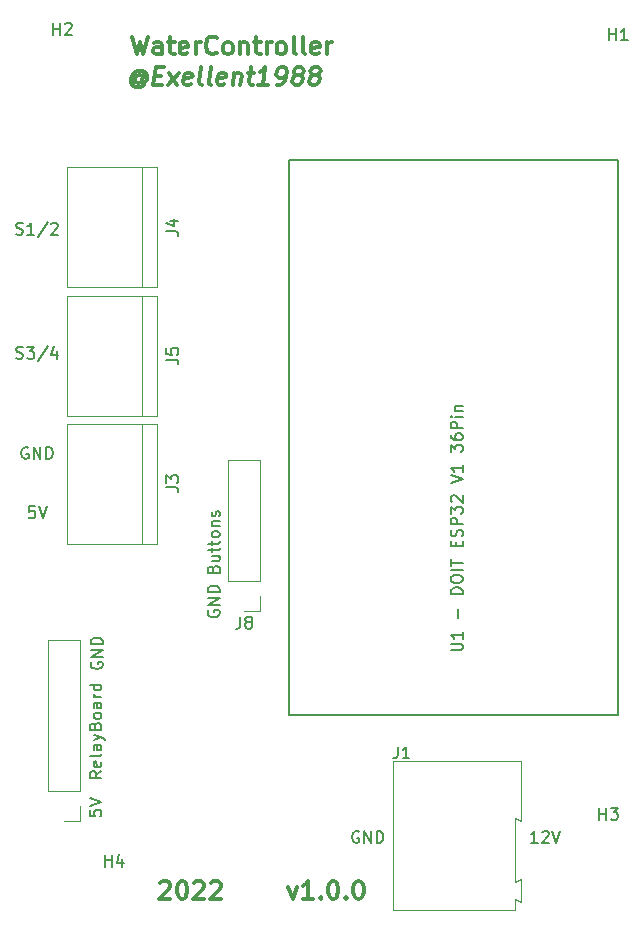
<source format=gto>
G04 #@! TF.GenerationSoftware,KiCad,Pcbnew,(6.0.4-0)*
G04 #@! TF.CreationDate,2022-04-11T20:22:25+02:00*
G04 #@! TF.ProjectId,Controller,436f6e74-726f-46c6-9c65-722e6b696361,v1.0.0*
G04 #@! TF.SameCoordinates,Original*
G04 #@! TF.FileFunction,Legend,Top*
G04 #@! TF.FilePolarity,Positive*
%FSLAX46Y46*%
G04 Gerber Fmt 4.6, Leading zero omitted, Abs format (unit mm)*
G04 Created by KiCad (PCBNEW (6.0.4-0)) date 2022-04-11 20:22:25*
%MOMM*%
%LPD*%
G01*
G04 APERTURE LIST*
%ADD10C,0.150000*%
%ADD11C,0.300000*%
%ADD12C,0.120000*%
%ADD13C,3.200000*%
%ADD14R,3.000000X3.000000*%
%ADD15C,3.000000*%
%ADD16R,1.700000X1.700000*%
%ADD17O,1.700000X1.700000*%
%ADD18R,1.980000X3.960000*%
%ADD19O,1.980000X3.960000*%
%ADD20C,1.524000*%
G04 APERTURE END LIST*
D10*
X140920000Y-69760000D02*
X168820000Y-69760000D01*
X168820000Y-69760000D02*
X168820000Y-116760000D01*
X168820000Y-116760000D02*
X140920000Y-116760000D01*
X140920000Y-116760000D02*
X140920000Y-69760000D01*
D11*
X127691428Y-59338571D02*
X128048571Y-60838571D01*
X128334285Y-59767142D01*
X128620000Y-60838571D01*
X128977142Y-59338571D01*
X130191428Y-60838571D02*
X130191428Y-60052857D01*
X130120000Y-59910000D01*
X129977142Y-59838571D01*
X129691428Y-59838571D01*
X129548571Y-59910000D01*
X130191428Y-60767142D02*
X130048571Y-60838571D01*
X129691428Y-60838571D01*
X129548571Y-60767142D01*
X129477142Y-60624285D01*
X129477142Y-60481428D01*
X129548571Y-60338571D01*
X129691428Y-60267142D01*
X130048571Y-60267142D01*
X130191428Y-60195714D01*
X130691428Y-59838571D02*
X131262857Y-59838571D01*
X130905714Y-59338571D02*
X130905714Y-60624285D01*
X130977142Y-60767142D01*
X131120000Y-60838571D01*
X131262857Y-60838571D01*
X132334285Y-60767142D02*
X132191428Y-60838571D01*
X131905714Y-60838571D01*
X131762857Y-60767142D01*
X131691428Y-60624285D01*
X131691428Y-60052857D01*
X131762857Y-59910000D01*
X131905714Y-59838571D01*
X132191428Y-59838571D01*
X132334285Y-59910000D01*
X132405714Y-60052857D01*
X132405714Y-60195714D01*
X131691428Y-60338571D01*
X133048571Y-60838571D02*
X133048571Y-59838571D01*
X133048571Y-60124285D02*
X133120000Y-59981428D01*
X133191428Y-59910000D01*
X133334285Y-59838571D01*
X133477142Y-59838571D01*
X134834285Y-60695714D02*
X134762857Y-60767142D01*
X134548571Y-60838571D01*
X134405714Y-60838571D01*
X134191428Y-60767142D01*
X134048571Y-60624285D01*
X133977142Y-60481428D01*
X133905714Y-60195714D01*
X133905714Y-59981428D01*
X133977142Y-59695714D01*
X134048571Y-59552857D01*
X134191428Y-59410000D01*
X134405714Y-59338571D01*
X134548571Y-59338571D01*
X134762857Y-59410000D01*
X134834285Y-59481428D01*
X135691428Y-60838571D02*
X135548571Y-60767142D01*
X135477142Y-60695714D01*
X135405714Y-60552857D01*
X135405714Y-60124285D01*
X135477142Y-59981428D01*
X135548571Y-59910000D01*
X135691428Y-59838571D01*
X135905714Y-59838571D01*
X136048571Y-59910000D01*
X136120000Y-59981428D01*
X136191428Y-60124285D01*
X136191428Y-60552857D01*
X136120000Y-60695714D01*
X136048571Y-60767142D01*
X135905714Y-60838571D01*
X135691428Y-60838571D01*
X136834285Y-59838571D02*
X136834285Y-60838571D01*
X136834285Y-59981428D02*
X136905714Y-59910000D01*
X137048571Y-59838571D01*
X137262857Y-59838571D01*
X137405714Y-59910000D01*
X137477142Y-60052857D01*
X137477142Y-60838571D01*
X137977142Y-59838571D02*
X138548571Y-59838571D01*
X138191428Y-59338571D02*
X138191428Y-60624285D01*
X138262857Y-60767142D01*
X138405714Y-60838571D01*
X138548571Y-60838571D01*
X139048571Y-60838571D02*
X139048571Y-59838571D01*
X139048571Y-60124285D02*
X139120000Y-59981428D01*
X139191428Y-59910000D01*
X139334285Y-59838571D01*
X139477142Y-59838571D01*
X140191428Y-60838571D02*
X140048571Y-60767142D01*
X139977142Y-60695714D01*
X139905714Y-60552857D01*
X139905714Y-60124285D01*
X139977142Y-59981428D01*
X140048571Y-59910000D01*
X140191428Y-59838571D01*
X140405714Y-59838571D01*
X140548571Y-59910000D01*
X140620000Y-59981428D01*
X140691428Y-60124285D01*
X140691428Y-60552857D01*
X140620000Y-60695714D01*
X140548571Y-60767142D01*
X140405714Y-60838571D01*
X140191428Y-60838571D01*
X141548571Y-60838571D02*
X141405714Y-60767142D01*
X141334285Y-60624285D01*
X141334285Y-59338571D01*
X142334285Y-60838571D02*
X142191428Y-60767142D01*
X142120000Y-60624285D01*
X142120000Y-59338571D01*
X143477142Y-60767142D02*
X143334285Y-60838571D01*
X143048571Y-60838571D01*
X142905714Y-60767142D01*
X142834285Y-60624285D01*
X142834285Y-60052857D01*
X142905714Y-59910000D01*
X143048571Y-59838571D01*
X143334285Y-59838571D01*
X143477142Y-59910000D01*
X143548571Y-60052857D01*
X143548571Y-60195714D01*
X142834285Y-60338571D01*
X144191428Y-60838571D02*
X144191428Y-59838571D01*
X144191428Y-60124285D02*
X144262857Y-59981428D01*
X144334285Y-59910000D01*
X144477142Y-59838571D01*
X144620000Y-59838571D01*
D10*
X118858095Y-94160000D02*
X118762857Y-94112380D01*
X118620000Y-94112380D01*
X118477142Y-94160000D01*
X118381904Y-94255238D01*
X118334285Y-94350476D01*
X118286666Y-94540952D01*
X118286666Y-94683809D01*
X118334285Y-94874285D01*
X118381904Y-94969523D01*
X118477142Y-95064761D01*
X118620000Y-95112380D01*
X118715238Y-95112380D01*
X118858095Y-95064761D01*
X118905714Y-95017142D01*
X118905714Y-94683809D01*
X118715238Y-94683809D01*
X119334285Y-95112380D02*
X119334285Y-94112380D01*
X119905714Y-95112380D01*
X119905714Y-94112380D01*
X120381904Y-95112380D02*
X120381904Y-94112380D01*
X120620000Y-94112380D01*
X120762857Y-94160000D01*
X120858095Y-94255238D01*
X120905714Y-94350476D01*
X120953333Y-94540952D01*
X120953333Y-94683809D01*
X120905714Y-94874285D01*
X120858095Y-94969523D01*
X120762857Y-95064761D01*
X120620000Y-95112380D01*
X120381904Y-95112380D01*
X125072380Y-121540952D02*
X124596190Y-121874285D01*
X125072380Y-122112380D02*
X124072380Y-122112380D01*
X124072380Y-121731428D01*
X124120000Y-121636190D01*
X124167619Y-121588571D01*
X124262857Y-121540952D01*
X124405714Y-121540952D01*
X124500952Y-121588571D01*
X124548571Y-121636190D01*
X124596190Y-121731428D01*
X124596190Y-122112380D01*
X125024761Y-120731428D02*
X125072380Y-120826666D01*
X125072380Y-121017142D01*
X125024761Y-121112380D01*
X124929523Y-121160000D01*
X124548571Y-121160000D01*
X124453333Y-121112380D01*
X124405714Y-121017142D01*
X124405714Y-120826666D01*
X124453333Y-120731428D01*
X124548571Y-120683809D01*
X124643809Y-120683809D01*
X124739047Y-121160000D01*
X125072380Y-120112380D02*
X125024761Y-120207619D01*
X124929523Y-120255238D01*
X124072380Y-120255238D01*
X125072380Y-119302857D02*
X124548571Y-119302857D01*
X124453333Y-119350476D01*
X124405714Y-119445714D01*
X124405714Y-119636190D01*
X124453333Y-119731428D01*
X125024761Y-119302857D02*
X125072380Y-119398095D01*
X125072380Y-119636190D01*
X125024761Y-119731428D01*
X124929523Y-119779047D01*
X124834285Y-119779047D01*
X124739047Y-119731428D01*
X124691428Y-119636190D01*
X124691428Y-119398095D01*
X124643809Y-119302857D01*
X124405714Y-118921904D02*
X125072380Y-118683809D01*
X124405714Y-118445714D02*
X125072380Y-118683809D01*
X125310476Y-118779047D01*
X125358095Y-118826666D01*
X125405714Y-118921904D01*
X124548571Y-117731428D02*
X124596190Y-117588571D01*
X124643809Y-117540952D01*
X124739047Y-117493333D01*
X124881904Y-117493333D01*
X124977142Y-117540952D01*
X125024761Y-117588571D01*
X125072380Y-117683809D01*
X125072380Y-118064761D01*
X124072380Y-118064761D01*
X124072380Y-117731428D01*
X124120000Y-117636190D01*
X124167619Y-117588571D01*
X124262857Y-117540952D01*
X124358095Y-117540952D01*
X124453333Y-117588571D01*
X124500952Y-117636190D01*
X124548571Y-117731428D01*
X124548571Y-118064761D01*
X125072380Y-116921904D02*
X125024761Y-117017142D01*
X124977142Y-117064761D01*
X124881904Y-117112380D01*
X124596190Y-117112380D01*
X124500952Y-117064761D01*
X124453333Y-117017142D01*
X124405714Y-116921904D01*
X124405714Y-116779047D01*
X124453333Y-116683809D01*
X124500952Y-116636190D01*
X124596190Y-116588571D01*
X124881904Y-116588571D01*
X124977142Y-116636190D01*
X125024761Y-116683809D01*
X125072380Y-116779047D01*
X125072380Y-116921904D01*
X125072380Y-115731428D02*
X124548571Y-115731428D01*
X124453333Y-115779047D01*
X124405714Y-115874285D01*
X124405714Y-116064761D01*
X124453333Y-116160000D01*
X125024761Y-115731428D02*
X125072380Y-115826666D01*
X125072380Y-116064761D01*
X125024761Y-116160000D01*
X124929523Y-116207619D01*
X124834285Y-116207619D01*
X124739047Y-116160000D01*
X124691428Y-116064761D01*
X124691428Y-115826666D01*
X124643809Y-115731428D01*
X125072380Y-115255238D02*
X124405714Y-115255238D01*
X124596190Y-115255238D02*
X124500952Y-115207619D01*
X124453333Y-115160000D01*
X124405714Y-115064761D01*
X124405714Y-114969523D01*
X125072380Y-114207619D02*
X124072380Y-114207619D01*
X125024761Y-114207619D02*
X125072380Y-114302857D01*
X125072380Y-114493333D01*
X125024761Y-114588571D01*
X124977142Y-114636190D01*
X124881904Y-114683809D01*
X124596190Y-114683809D01*
X124500952Y-114636190D01*
X124453333Y-114588571D01*
X124405714Y-114493333D01*
X124405714Y-114302857D01*
X124453333Y-114207619D01*
X117858095Y-76064761D02*
X118000952Y-76112380D01*
X118239047Y-76112380D01*
X118334285Y-76064761D01*
X118381904Y-76017142D01*
X118429523Y-75921904D01*
X118429523Y-75826666D01*
X118381904Y-75731428D01*
X118334285Y-75683809D01*
X118239047Y-75636190D01*
X118048571Y-75588571D01*
X117953333Y-75540952D01*
X117905714Y-75493333D01*
X117858095Y-75398095D01*
X117858095Y-75302857D01*
X117905714Y-75207619D01*
X117953333Y-75160000D01*
X118048571Y-75112380D01*
X118286666Y-75112380D01*
X118429523Y-75160000D01*
X119381904Y-76112380D02*
X118810476Y-76112380D01*
X119096190Y-76112380D02*
X119096190Y-75112380D01*
X119000952Y-75255238D01*
X118905714Y-75350476D01*
X118810476Y-75398095D01*
X120524761Y-75064761D02*
X119667619Y-76350476D01*
X120810476Y-75207619D02*
X120858095Y-75160000D01*
X120953333Y-75112380D01*
X121191428Y-75112380D01*
X121286666Y-75160000D01*
X121334285Y-75207619D01*
X121381904Y-75302857D01*
X121381904Y-75398095D01*
X121334285Y-75540952D01*
X120762857Y-76112380D01*
X121381904Y-76112380D01*
X119429523Y-99112380D02*
X118953333Y-99112380D01*
X118905714Y-99588571D01*
X118953333Y-99540952D01*
X119048571Y-99493333D01*
X119286666Y-99493333D01*
X119381904Y-99540952D01*
X119429523Y-99588571D01*
X119477142Y-99683809D01*
X119477142Y-99921904D01*
X119429523Y-100017142D01*
X119381904Y-100064761D01*
X119286666Y-100112380D01*
X119048571Y-100112380D01*
X118953333Y-100064761D01*
X118905714Y-100017142D01*
X119762857Y-99112380D02*
X120096190Y-100112380D01*
X120429523Y-99112380D01*
X162000952Y-127612380D02*
X161429523Y-127612380D01*
X161715238Y-127612380D02*
X161715238Y-126612380D01*
X161620000Y-126755238D01*
X161524761Y-126850476D01*
X161429523Y-126898095D01*
X162381904Y-126707619D02*
X162429523Y-126660000D01*
X162524761Y-126612380D01*
X162762857Y-126612380D01*
X162858095Y-126660000D01*
X162905714Y-126707619D01*
X162953333Y-126802857D01*
X162953333Y-126898095D01*
X162905714Y-127040952D01*
X162334285Y-127612380D01*
X162953333Y-127612380D01*
X163239047Y-126612380D02*
X163572380Y-127612380D01*
X163905714Y-126612380D01*
X146858095Y-126660000D02*
X146762857Y-126612380D01*
X146620000Y-126612380D01*
X146477142Y-126660000D01*
X146381904Y-126755238D01*
X146334285Y-126850476D01*
X146286666Y-127040952D01*
X146286666Y-127183809D01*
X146334285Y-127374285D01*
X146381904Y-127469523D01*
X146477142Y-127564761D01*
X146620000Y-127612380D01*
X146715238Y-127612380D01*
X146858095Y-127564761D01*
X146905714Y-127517142D01*
X146905714Y-127183809D01*
X146715238Y-127183809D01*
X147334285Y-127612380D02*
X147334285Y-126612380D01*
X147905714Y-127612380D01*
X147905714Y-126612380D01*
X148381904Y-127612380D02*
X148381904Y-126612380D01*
X148620000Y-126612380D01*
X148762857Y-126660000D01*
X148858095Y-126755238D01*
X148905714Y-126850476D01*
X148953333Y-127040952D01*
X148953333Y-127183809D01*
X148905714Y-127374285D01*
X148858095Y-127469523D01*
X148762857Y-127564761D01*
X148620000Y-127612380D01*
X148381904Y-127612380D01*
X117858095Y-86564761D02*
X118000952Y-86612380D01*
X118239047Y-86612380D01*
X118334285Y-86564761D01*
X118381904Y-86517142D01*
X118429523Y-86421904D01*
X118429523Y-86326666D01*
X118381904Y-86231428D01*
X118334285Y-86183809D01*
X118239047Y-86136190D01*
X118048571Y-86088571D01*
X117953333Y-86040952D01*
X117905714Y-85993333D01*
X117858095Y-85898095D01*
X117858095Y-85802857D01*
X117905714Y-85707619D01*
X117953333Y-85660000D01*
X118048571Y-85612380D01*
X118286666Y-85612380D01*
X118429523Y-85660000D01*
X118762857Y-85612380D02*
X119381904Y-85612380D01*
X119048571Y-85993333D01*
X119191428Y-85993333D01*
X119286666Y-86040952D01*
X119334285Y-86088571D01*
X119381904Y-86183809D01*
X119381904Y-86421904D01*
X119334285Y-86517142D01*
X119286666Y-86564761D01*
X119191428Y-86612380D01*
X118905714Y-86612380D01*
X118810476Y-86564761D01*
X118762857Y-86517142D01*
X120524761Y-85564761D02*
X119667619Y-86850476D01*
X121286666Y-85945714D02*
X121286666Y-86612380D01*
X121048571Y-85564761D02*
X120810476Y-86279047D01*
X121429523Y-86279047D01*
X134548571Y-104421904D02*
X134596190Y-104279047D01*
X134643809Y-104231428D01*
X134739047Y-104183809D01*
X134881904Y-104183809D01*
X134977142Y-104231428D01*
X135024761Y-104279047D01*
X135072380Y-104374285D01*
X135072380Y-104755238D01*
X134072380Y-104755238D01*
X134072380Y-104421904D01*
X134120000Y-104326666D01*
X134167619Y-104279047D01*
X134262857Y-104231428D01*
X134358095Y-104231428D01*
X134453333Y-104279047D01*
X134500952Y-104326666D01*
X134548571Y-104421904D01*
X134548571Y-104755238D01*
X134405714Y-103326666D02*
X135072380Y-103326666D01*
X134405714Y-103755238D02*
X134929523Y-103755238D01*
X135024761Y-103707619D01*
X135072380Y-103612380D01*
X135072380Y-103469523D01*
X135024761Y-103374285D01*
X134977142Y-103326666D01*
X134405714Y-102993333D02*
X134405714Y-102612380D01*
X134072380Y-102850476D02*
X134929523Y-102850476D01*
X135024761Y-102802857D01*
X135072380Y-102707619D01*
X135072380Y-102612380D01*
X134405714Y-102421904D02*
X134405714Y-102040952D01*
X134072380Y-102279047D02*
X134929523Y-102279047D01*
X135024761Y-102231428D01*
X135072380Y-102136190D01*
X135072380Y-102040952D01*
X135072380Y-101564761D02*
X135024761Y-101660000D01*
X134977142Y-101707619D01*
X134881904Y-101755238D01*
X134596190Y-101755238D01*
X134500952Y-101707619D01*
X134453333Y-101660000D01*
X134405714Y-101564761D01*
X134405714Y-101421904D01*
X134453333Y-101326666D01*
X134500952Y-101279047D01*
X134596190Y-101231428D01*
X134881904Y-101231428D01*
X134977142Y-101279047D01*
X135024761Y-101326666D01*
X135072380Y-101421904D01*
X135072380Y-101564761D01*
X134405714Y-100802857D02*
X135072380Y-100802857D01*
X134500952Y-100802857D02*
X134453333Y-100755238D01*
X134405714Y-100660000D01*
X134405714Y-100517142D01*
X134453333Y-100421904D01*
X134548571Y-100374285D01*
X135072380Y-100374285D01*
X135024761Y-99945714D02*
X135072380Y-99850476D01*
X135072380Y-99660000D01*
X135024761Y-99564761D01*
X134929523Y-99517142D01*
X134881904Y-99517142D01*
X134786666Y-99564761D01*
X134739047Y-99660000D01*
X134739047Y-99802857D01*
X134691428Y-99898095D01*
X134596190Y-99945714D01*
X134548571Y-99945714D01*
X134453333Y-99898095D01*
X134405714Y-99802857D01*
X134405714Y-99660000D01*
X134453333Y-99564761D01*
D11*
X130048571Y-130981428D02*
X130120000Y-130910000D01*
X130262857Y-130838571D01*
X130620000Y-130838571D01*
X130762857Y-130910000D01*
X130834285Y-130981428D01*
X130905714Y-131124285D01*
X130905714Y-131267142D01*
X130834285Y-131481428D01*
X129977142Y-132338571D01*
X130905714Y-132338571D01*
X131834285Y-130838571D02*
X131977142Y-130838571D01*
X132120000Y-130910000D01*
X132191428Y-130981428D01*
X132262857Y-131124285D01*
X132334285Y-131410000D01*
X132334285Y-131767142D01*
X132262857Y-132052857D01*
X132191428Y-132195714D01*
X132120000Y-132267142D01*
X131977142Y-132338571D01*
X131834285Y-132338571D01*
X131691428Y-132267142D01*
X131620000Y-132195714D01*
X131548571Y-132052857D01*
X131477142Y-131767142D01*
X131477142Y-131410000D01*
X131548571Y-131124285D01*
X131620000Y-130981428D01*
X131691428Y-130910000D01*
X131834285Y-130838571D01*
X132905714Y-130981428D02*
X132977142Y-130910000D01*
X133120000Y-130838571D01*
X133477142Y-130838571D01*
X133620000Y-130910000D01*
X133691428Y-130981428D01*
X133762857Y-131124285D01*
X133762857Y-131267142D01*
X133691428Y-131481428D01*
X132834285Y-132338571D01*
X133762857Y-132338571D01*
X134334285Y-130981428D02*
X134405714Y-130910000D01*
X134548571Y-130838571D01*
X134905714Y-130838571D01*
X135048571Y-130910000D01*
X135120000Y-130981428D01*
X135191428Y-131124285D01*
X135191428Y-131267142D01*
X135120000Y-131481428D01*
X134262857Y-132338571D01*
X135191428Y-132338571D01*
X140905714Y-131338571D02*
X141262857Y-132338571D01*
X141620000Y-131338571D01*
X142977142Y-132338571D02*
X142120000Y-132338571D01*
X142548571Y-132338571D02*
X142548571Y-130838571D01*
X142405714Y-131052857D01*
X142262857Y-131195714D01*
X142120000Y-131267142D01*
X143620000Y-132195714D02*
X143691428Y-132267142D01*
X143620000Y-132338571D01*
X143548571Y-132267142D01*
X143620000Y-132195714D01*
X143620000Y-132338571D01*
X144620000Y-130838571D02*
X144762857Y-130838571D01*
X144905714Y-130910000D01*
X144977142Y-130981428D01*
X145048571Y-131124285D01*
X145120000Y-131410000D01*
X145120000Y-131767142D01*
X145048571Y-132052857D01*
X144977142Y-132195714D01*
X144905714Y-132267142D01*
X144762857Y-132338571D01*
X144620000Y-132338571D01*
X144477142Y-132267142D01*
X144405714Y-132195714D01*
X144334285Y-132052857D01*
X144262857Y-131767142D01*
X144262857Y-131410000D01*
X144334285Y-131124285D01*
X144405714Y-130981428D01*
X144477142Y-130910000D01*
X144620000Y-130838571D01*
X145762857Y-132195714D02*
X145834285Y-132267142D01*
X145762857Y-132338571D01*
X145691428Y-132267142D01*
X145762857Y-132195714D01*
X145762857Y-132338571D01*
X146762857Y-130838571D02*
X146905714Y-130838571D01*
X147048571Y-130910000D01*
X147120000Y-130981428D01*
X147191428Y-131124285D01*
X147262857Y-131410000D01*
X147262857Y-131767142D01*
X147191428Y-132052857D01*
X147120000Y-132195714D01*
X147048571Y-132267142D01*
X146905714Y-132338571D01*
X146762857Y-132338571D01*
X146620000Y-132267142D01*
X146548571Y-132195714D01*
X146477142Y-132052857D01*
X146405714Y-131767142D01*
X146405714Y-131410000D01*
X146477142Y-131124285D01*
X146548571Y-130981428D01*
X146620000Y-130910000D01*
X146762857Y-130838571D01*
X128567276Y-62724285D02*
X128504776Y-62652857D01*
X128370848Y-62581428D01*
X128227991Y-62581428D01*
X128076205Y-62652857D01*
X127995848Y-62724285D01*
X127906562Y-62867142D01*
X127888705Y-63010000D01*
X127942276Y-63152857D01*
X128004776Y-63224285D01*
X128138705Y-63295714D01*
X128281562Y-63295714D01*
X128433348Y-63224285D01*
X128513705Y-63152857D01*
X128585133Y-62581428D02*
X128513705Y-63152857D01*
X128576205Y-63224285D01*
X128647633Y-63224285D01*
X128799419Y-63152857D01*
X128888705Y-63010000D01*
X128933348Y-62652857D01*
X128817276Y-62438571D01*
X128620848Y-62295714D01*
X128344062Y-62224285D01*
X128049419Y-62295714D01*
X127817276Y-62438571D01*
X127647633Y-62652857D01*
X127540491Y-62938571D01*
X127576205Y-63224285D01*
X127692276Y-63438571D01*
X127888705Y-63581428D01*
X128165491Y-63652857D01*
X128460133Y-63581428D01*
X128692276Y-63438571D01*
X129576205Y-62652857D02*
X130076205Y-62652857D01*
X130192276Y-63438571D02*
X129477991Y-63438571D01*
X129665491Y-61938571D01*
X130379776Y-61938571D01*
X130692276Y-63438571D02*
X131602991Y-62438571D01*
X130817276Y-62438571D02*
X131477991Y-63438571D01*
X132629776Y-63367142D02*
X132477991Y-63438571D01*
X132192276Y-63438571D01*
X132058348Y-63367142D01*
X132004776Y-63224285D01*
X132076205Y-62652857D01*
X132165491Y-62510000D01*
X132317276Y-62438571D01*
X132602991Y-62438571D01*
X132736919Y-62510000D01*
X132790491Y-62652857D01*
X132772633Y-62795714D01*
X132040491Y-62938571D01*
X133549419Y-63438571D02*
X133415491Y-63367142D01*
X133361919Y-63224285D01*
X133522633Y-61938571D01*
X134335133Y-63438571D02*
X134201205Y-63367142D01*
X134147633Y-63224285D01*
X134308348Y-61938571D01*
X135486919Y-63367142D02*
X135335133Y-63438571D01*
X135049419Y-63438571D01*
X134915491Y-63367142D01*
X134861919Y-63224285D01*
X134933348Y-62652857D01*
X135022633Y-62510000D01*
X135174419Y-62438571D01*
X135460133Y-62438571D01*
X135594062Y-62510000D01*
X135647633Y-62652857D01*
X135629776Y-62795714D01*
X134897633Y-62938571D01*
X136317276Y-62438571D02*
X136192276Y-63438571D01*
X136299419Y-62581428D02*
X136379776Y-62510000D01*
X136531562Y-62438571D01*
X136745848Y-62438571D01*
X136879776Y-62510000D01*
X136933348Y-62652857D01*
X136835133Y-63438571D01*
X137460133Y-62438571D02*
X138031562Y-62438571D01*
X137736919Y-61938571D02*
X137576205Y-63224285D01*
X137629776Y-63367142D01*
X137763705Y-63438571D01*
X137906562Y-63438571D01*
X139192276Y-63438571D02*
X138335133Y-63438571D01*
X138763705Y-63438571D02*
X138951205Y-61938571D01*
X138781562Y-62152857D01*
X138620848Y-62295714D01*
X138469062Y-62367142D01*
X139906562Y-63438571D02*
X140192276Y-63438571D01*
X140344062Y-63367142D01*
X140424419Y-63295714D01*
X140594062Y-63081428D01*
X140701205Y-62795714D01*
X140772633Y-62224285D01*
X140719062Y-62081428D01*
X140656562Y-62010000D01*
X140522633Y-61938571D01*
X140236919Y-61938571D01*
X140085133Y-62010000D01*
X140004776Y-62081428D01*
X139915491Y-62224285D01*
X139870848Y-62581428D01*
X139924419Y-62724285D01*
X139986919Y-62795714D01*
X140120848Y-62867142D01*
X140406562Y-62867142D01*
X140558348Y-62795714D01*
X140638705Y-62724285D01*
X140727991Y-62581428D01*
X141585133Y-62581428D02*
X141451205Y-62510000D01*
X141388705Y-62438571D01*
X141335133Y-62295714D01*
X141344062Y-62224285D01*
X141433348Y-62081428D01*
X141513705Y-62010000D01*
X141665491Y-61938571D01*
X141951205Y-61938571D01*
X142085133Y-62010000D01*
X142147633Y-62081428D01*
X142201205Y-62224285D01*
X142192276Y-62295714D01*
X142102991Y-62438571D01*
X142022633Y-62510000D01*
X141870848Y-62581428D01*
X141585133Y-62581428D01*
X141433348Y-62652857D01*
X141352991Y-62724285D01*
X141263705Y-62867142D01*
X141227991Y-63152857D01*
X141281562Y-63295714D01*
X141344062Y-63367142D01*
X141477991Y-63438571D01*
X141763705Y-63438571D01*
X141915491Y-63367142D01*
X141995848Y-63295714D01*
X142085133Y-63152857D01*
X142120848Y-62867142D01*
X142067276Y-62724285D01*
X142004776Y-62652857D01*
X141870848Y-62581428D01*
X143013705Y-62581428D02*
X142879776Y-62510000D01*
X142817276Y-62438571D01*
X142763705Y-62295714D01*
X142772633Y-62224285D01*
X142861919Y-62081428D01*
X142942276Y-62010000D01*
X143094062Y-61938571D01*
X143379776Y-61938571D01*
X143513705Y-62010000D01*
X143576205Y-62081428D01*
X143629776Y-62224285D01*
X143620848Y-62295714D01*
X143531562Y-62438571D01*
X143451205Y-62510000D01*
X143299419Y-62581428D01*
X143013705Y-62581428D01*
X142861919Y-62652857D01*
X142781562Y-62724285D01*
X142692276Y-62867142D01*
X142656562Y-63152857D01*
X142710133Y-63295714D01*
X142772633Y-63367142D01*
X142906562Y-63438571D01*
X143192276Y-63438571D01*
X143344062Y-63367142D01*
X143424419Y-63295714D01*
X143513705Y-63152857D01*
X143549419Y-62867142D01*
X143495848Y-62724285D01*
X143433348Y-62652857D01*
X143299419Y-62581428D01*
D10*
X124072380Y-124850476D02*
X124072380Y-125326666D01*
X124548571Y-125374285D01*
X124500952Y-125326666D01*
X124453333Y-125231428D01*
X124453333Y-124993333D01*
X124500952Y-124898095D01*
X124548571Y-124850476D01*
X124643809Y-124802857D01*
X124881904Y-124802857D01*
X124977142Y-124850476D01*
X125024761Y-124898095D01*
X125072380Y-124993333D01*
X125072380Y-125231428D01*
X125024761Y-125326666D01*
X124977142Y-125374285D01*
X124072380Y-124517142D02*
X125072380Y-124183809D01*
X124072380Y-123850476D01*
X124220000Y-112321904D02*
X124172380Y-112417142D01*
X124172380Y-112560000D01*
X124220000Y-112702857D01*
X124315238Y-112798095D01*
X124410476Y-112845714D01*
X124600952Y-112893333D01*
X124743809Y-112893333D01*
X124934285Y-112845714D01*
X125029523Y-112798095D01*
X125124761Y-112702857D01*
X125172380Y-112560000D01*
X125172380Y-112464761D01*
X125124761Y-112321904D01*
X125077142Y-112274285D01*
X124743809Y-112274285D01*
X124743809Y-112464761D01*
X125172380Y-111845714D02*
X124172380Y-111845714D01*
X125172380Y-111274285D01*
X124172380Y-111274285D01*
X125172380Y-110798095D02*
X124172380Y-110798095D01*
X124172380Y-110560000D01*
X124220000Y-110417142D01*
X124315238Y-110321904D01*
X124410476Y-110274285D01*
X124600952Y-110226666D01*
X124743809Y-110226666D01*
X124934285Y-110274285D01*
X125029523Y-110321904D01*
X125124761Y-110417142D01*
X125172380Y-110560000D01*
X125172380Y-110798095D01*
X134120000Y-107921904D02*
X134072380Y-108017142D01*
X134072380Y-108160000D01*
X134120000Y-108302857D01*
X134215238Y-108398095D01*
X134310476Y-108445714D01*
X134500952Y-108493333D01*
X134643809Y-108493333D01*
X134834285Y-108445714D01*
X134929523Y-108398095D01*
X135024761Y-108302857D01*
X135072380Y-108160000D01*
X135072380Y-108064761D01*
X135024761Y-107921904D01*
X134977142Y-107874285D01*
X134643809Y-107874285D01*
X134643809Y-108064761D01*
X135072380Y-107445714D02*
X134072380Y-107445714D01*
X135072380Y-106874285D01*
X134072380Y-106874285D01*
X135072380Y-106398095D02*
X134072380Y-106398095D01*
X134072380Y-106160000D01*
X134120000Y-106017142D01*
X134215238Y-105921904D01*
X134310476Y-105874285D01*
X134500952Y-105826666D01*
X134643809Y-105826666D01*
X134834285Y-105874285D01*
X134929523Y-105921904D01*
X135024761Y-106017142D01*
X135072380Y-106160000D01*
X135072380Y-106398095D01*
X168071895Y-59652380D02*
X168071895Y-58652380D01*
X168071895Y-59128571D02*
X168643323Y-59128571D01*
X168643323Y-59652380D02*
X168643323Y-58652380D01*
X169643323Y-59652380D02*
X169071895Y-59652380D01*
X169357609Y-59652380D02*
X169357609Y-58652380D01*
X169262371Y-58795238D01*
X169167133Y-58890476D01*
X169071895Y-58938095D01*
X125358095Y-129612380D02*
X125358095Y-128612380D01*
X125358095Y-129088571D02*
X125929523Y-129088571D01*
X125929523Y-129612380D02*
X125929523Y-128612380D01*
X126834285Y-128945714D02*
X126834285Y-129612380D01*
X126596190Y-128564761D02*
X126358095Y-129279047D01*
X126977142Y-129279047D01*
X121005695Y-59187180D02*
X121005695Y-58187180D01*
X121005695Y-58663371D02*
X121577123Y-58663371D01*
X121577123Y-59187180D02*
X121577123Y-58187180D01*
X122005695Y-58282419D02*
X122053314Y-58234800D01*
X122148552Y-58187180D01*
X122386647Y-58187180D01*
X122481885Y-58234800D01*
X122529504Y-58282419D01*
X122577123Y-58377657D01*
X122577123Y-58472895D01*
X122529504Y-58615752D01*
X121958076Y-59187180D01*
X122577123Y-59187180D01*
X130572380Y-75822133D02*
X131286666Y-75822133D01*
X131429523Y-75869752D01*
X131524761Y-75964990D01*
X131572380Y-76107847D01*
X131572380Y-76203085D01*
X130905714Y-74917371D02*
X131572380Y-74917371D01*
X130524761Y-75155466D02*
X131239047Y-75393561D01*
X131239047Y-74774514D01*
X136826666Y-108462380D02*
X136826666Y-109176666D01*
X136779047Y-109319523D01*
X136683809Y-109414761D01*
X136540952Y-109462380D01*
X136445714Y-109462380D01*
X137445714Y-108890952D02*
X137350476Y-108843333D01*
X137302857Y-108795714D01*
X137255238Y-108700476D01*
X137255238Y-108652857D01*
X137302857Y-108557619D01*
X137350476Y-108510000D01*
X137445714Y-108462380D01*
X137636190Y-108462380D01*
X137731428Y-108510000D01*
X137779047Y-108557619D01*
X137826666Y-108652857D01*
X137826666Y-108700476D01*
X137779047Y-108795714D01*
X137731428Y-108843333D01*
X137636190Y-108890952D01*
X137445714Y-108890952D01*
X137350476Y-108938571D01*
X137302857Y-108986190D01*
X137255238Y-109081428D01*
X137255238Y-109271904D01*
X137302857Y-109367142D01*
X137350476Y-109414761D01*
X137445714Y-109462380D01*
X137636190Y-109462380D01*
X137731428Y-109414761D01*
X137779047Y-109367142D01*
X137826666Y-109271904D01*
X137826666Y-109081428D01*
X137779047Y-108986190D01*
X137731428Y-108938571D01*
X137636190Y-108890952D01*
X150146666Y-119462380D02*
X150146666Y-120176666D01*
X150099047Y-120319523D01*
X150003809Y-120414761D01*
X149860952Y-120462380D01*
X149765714Y-120462380D01*
X151146666Y-120462380D02*
X150575238Y-120462380D01*
X150860952Y-120462380D02*
X150860952Y-119462380D01*
X150765714Y-119605238D01*
X150670476Y-119700476D01*
X150575238Y-119748095D01*
X130572380Y-97493333D02*
X131286666Y-97493333D01*
X131429523Y-97540952D01*
X131524761Y-97636190D01*
X131572380Y-97779047D01*
X131572380Y-97874285D01*
X130572380Y-97112380D02*
X130572380Y-96493333D01*
X130953333Y-96826666D01*
X130953333Y-96683809D01*
X131000952Y-96588571D01*
X131048571Y-96540952D01*
X131143809Y-96493333D01*
X131381904Y-96493333D01*
X131477142Y-96540952D01*
X131524761Y-96588571D01*
X131572380Y-96683809D01*
X131572380Y-96969523D01*
X131524761Y-97064761D01*
X131477142Y-97112380D01*
X130572380Y-86693333D02*
X131286666Y-86693333D01*
X131429523Y-86740952D01*
X131524761Y-86836190D01*
X131572380Y-86979047D01*
X131572380Y-87074285D01*
X130572380Y-85740952D02*
X130572380Y-86217142D01*
X131048571Y-86264761D01*
X131000952Y-86217142D01*
X130953333Y-86121904D01*
X130953333Y-85883809D01*
X131000952Y-85788571D01*
X131048571Y-85740952D01*
X131143809Y-85693333D01*
X131381904Y-85693333D01*
X131477142Y-85740952D01*
X131524761Y-85788571D01*
X131572380Y-85883809D01*
X131572380Y-86121904D01*
X131524761Y-86217142D01*
X131477142Y-86264761D01*
X167238095Y-125652380D02*
X167238095Y-124652380D01*
X167238095Y-125128571D02*
X167809523Y-125128571D01*
X167809523Y-125652380D02*
X167809523Y-124652380D01*
X168190476Y-124652380D02*
X168809523Y-124652380D01*
X168476190Y-125033333D01*
X168619047Y-125033333D01*
X168714285Y-125080952D01*
X168761904Y-125128571D01*
X168809523Y-125223809D01*
X168809523Y-125461904D01*
X168761904Y-125557142D01*
X168714285Y-125604761D01*
X168619047Y-125652380D01*
X168333333Y-125652380D01*
X168238095Y-125604761D01*
X168190476Y-125557142D01*
X154646380Y-111322095D02*
X155455904Y-111322095D01*
X155551142Y-111274476D01*
X155598761Y-111226857D01*
X155646380Y-111131619D01*
X155646380Y-110941142D01*
X155598761Y-110845904D01*
X155551142Y-110798285D01*
X155455904Y-110750666D01*
X154646380Y-110750666D01*
X155646380Y-109750666D02*
X155646380Y-110322095D01*
X155646380Y-110036380D02*
X154646380Y-110036380D01*
X154789238Y-110131619D01*
X154884476Y-110226857D01*
X154932095Y-110322095D01*
X155265428Y-108560190D02*
X155265428Y-107798285D01*
X155646380Y-106560190D02*
X154646380Y-106560190D01*
X154646380Y-106322095D01*
X154694000Y-106179238D01*
X154789238Y-106084000D01*
X154884476Y-106036380D01*
X155074952Y-105988761D01*
X155217809Y-105988761D01*
X155408285Y-106036380D01*
X155503523Y-106084000D01*
X155598761Y-106179238D01*
X155646380Y-106322095D01*
X155646380Y-106560190D01*
X154646380Y-105369714D02*
X154646380Y-105179238D01*
X154694000Y-105084000D01*
X154789238Y-104988761D01*
X154979714Y-104941142D01*
X155313047Y-104941142D01*
X155503523Y-104988761D01*
X155598761Y-105084000D01*
X155646380Y-105179238D01*
X155646380Y-105369714D01*
X155598761Y-105464952D01*
X155503523Y-105560190D01*
X155313047Y-105607809D01*
X154979714Y-105607809D01*
X154789238Y-105560190D01*
X154694000Y-105464952D01*
X154646380Y-105369714D01*
X155646380Y-104512571D02*
X154646380Y-104512571D01*
X154646380Y-104179238D02*
X154646380Y-103607809D01*
X155646380Y-103893523D02*
X154646380Y-103893523D01*
X155122571Y-102512571D02*
X155122571Y-102179238D01*
X155646380Y-102036380D02*
X155646380Y-102512571D01*
X154646380Y-102512571D01*
X154646380Y-102036380D01*
X155598761Y-101655428D02*
X155646380Y-101512571D01*
X155646380Y-101274476D01*
X155598761Y-101179238D01*
X155551142Y-101131619D01*
X155455904Y-101084000D01*
X155360666Y-101084000D01*
X155265428Y-101131619D01*
X155217809Y-101179238D01*
X155170190Y-101274476D01*
X155122571Y-101464952D01*
X155074952Y-101560190D01*
X155027333Y-101607809D01*
X154932095Y-101655428D01*
X154836857Y-101655428D01*
X154741619Y-101607809D01*
X154694000Y-101560190D01*
X154646380Y-101464952D01*
X154646380Y-101226857D01*
X154694000Y-101084000D01*
X155646380Y-100655428D02*
X154646380Y-100655428D01*
X154646380Y-100274476D01*
X154694000Y-100179238D01*
X154741619Y-100131619D01*
X154836857Y-100084000D01*
X154979714Y-100084000D01*
X155074952Y-100131619D01*
X155122571Y-100179238D01*
X155170190Y-100274476D01*
X155170190Y-100655428D01*
X154646380Y-99750666D02*
X154646380Y-99131619D01*
X155027333Y-99464952D01*
X155027333Y-99322095D01*
X155074952Y-99226857D01*
X155122571Y-99179238D01*
X155217809Y-99131619D01*
X155455904Y-99131619D01*
X155551142Y-99179238D01*
X155598761Y-99226857D01*
X155646380Y-99322095D01*
X155646380Y-99607809D01*
X155598761Y-99703047D01*
X155551142Y-99750666D01*
X154741619Y-98750666D02*
X154694000Y-98703047D01*
X154646380Y-98607809D01*
X154646380Y-98369714D01*
X154694000Y-98274476D01*
X154741619Y-98226857D01*
X154836857Y-98179238D01*
X154932095Y-98179238D01*
X155074952Y-98226857D01*
X155646380Y-98798285D01*
X155646380Y-98179238D01*
X154646380Y-97131619D02*
X155646380Y-96798285D01*
X154646380Y-96464952D01*
X155646380Y-95607809D02*
X155646380Y-96179238D01*
X155646380Y-95893523D02*
X154646380Y-95893523D01*
X154789238Y-95988761D01*
X154884476Y-96084000D01*
X154932095Y-96179238D01*
X154646380Y-94512571D02*
X154646380Y-93893523D01*
X155027333Y-94226857D01*
X155027333Y-94084000D01*
X155074952Y-93988761D01*
X155122571Y-93941142D01*
X155217809Y-93893523D01*
X155455904Y-93893523D01*
X155551142Y-93941142D01*
X155598761Y-93988761D01*
X155646380Y-94084000D01*
X155646380Y-94369714D01*
X155598761Y-94464952D01*
X155551142Y-94512571D01*
X154646380Y-93036380D02*
X154646380Y-93226857D01*
X154694000Y-93322095D01*
X154741619Y-93369714D01*
X154884476Y-93464952D01*
X155074952Y-93512571D01*
X155455904Y-93512571D01*
X155551142Y-93464952D01*
X155598761Y-93417333D01*
X155646380Y-93322095D01*
X155646380Y-93131619D01*
X155598761Y-93036380D01*
X155551142Y-92988761D01*
X155455904Y-92941142D01*
X155217809Y-92941142D01*
X155122571Y-92988761D01*
X155074952Y-93036380D01*
X155027333Y-93131619D01*
X155027333Y-93322095D01*
X155074952Y-93417333D01*
X155122571Y-93464952D01*
X155217809Y-93512571D01*
X155646380Y-92512571D02*
X154646380Y-92512571D01*
X154646380Y-92131619D01*
X154694000Y-92036380D01*
X154741619Y-91988761D01*
X154836857Y-91941142D01*
X154979714Y-91941142D01*
X155074952Y-91988761D01*
X155122571Y-92036380D01*
X155170190Y-92131619D01*
X155170190Y-92512571D01*
X155646380Y-91512571D02*
X154979714Y-91512571D01*
X154646380Y-91512571D02*
X154694000Y-91560190D01*
X154741619Y-91512571D01*
X154694000Y-91464952D01*
X154646380Y-91512571D01*
X154741619Y-91512571D01*
X154979714Y-91036380D02*
X155646380Y-91036380D01*
X155074952Y-91036380D02*
X155027333Y-90988761D01*
X154979714Y-90893523D01*
X154979714Y-90750666D01*
X155027333Y-90655428D01*
X155122571Y-90607809D01*
X155646380Y-90607809D01*
D12*
X122148600Y-70408800D02*
X122148600Y-80568800D01*
X122148600Y-80568800D02*
X129768600Y-80568800D01*
X129768600Y-70408800D02*
X122148600Y-70408800D01*
X129768600Y-80568800D02*
X129768600Y-70408800D01*
X128498600Y-70408800D02*
X128498600Y-80568800D01*
X138490000Y-108010000D02*
X137160000Y-108010000D01*
X138490000Y-95190000D02*
X135830000Y-95190000D01*
X138490000Y-106680000D02*
X138490000Y-108010000D01*
X135830000Y-105410000D02*
X135830000Y-95190000D01*
X138490000Y-105410000D02*
X138490000Y-95190000D01*
X138490000Y-105410000D02*
X135830000Y-105410000D01*
X120590000Y-123190000D02*
X120590000Y-110430000D01*
X123250000Y-123190000D02*
X123250000Y-110430000D01*
X123250000Y-123190000D02*
X120590000Y-123190000D01*
X123250000Y-124460000D02*
X123250000Y-125790000D01*
X123250000Y-125790000D02*
X121920000Y-125790000D01*
X123250000Y-110430000D02*
X120590000Y-110430000D01*
X160600000Y-132600000D02*
X160600000Y-130700000D01*
X149750000Y-120700000D02*
X149750000Y-133300000D01*
X160600000Y-130700000D02*
X160600000Y-130650000D01*
X160100000Y-125500000D02*
X160600000Y-125800000D01*
X160100000Y-132350000D02*
X160600000Y-132600000D01*
X160100000Y-130900000D02*
X160100000Y-125500000D01*
X160100000Y-133300000D02*
X160100000Y-132350000D01*
X160600000Y-130650000D02*
X160100000Y-130900000D01*
X149750000Y-133300000D02*
X160100000Y-133300000D01*
X160600000Y-120700000D02*
X149750000Y-120700000D01*
X160600000Y-125800000D02*
X160600000Y-120700000D01*
X129768600Y-92125800D02*
X122148600Y-92125800D01*
X128498600Y-92125800D02*
X128498600Y-102285800D01*
X129768600Y-102285800D02*
X129768600Y-92125800D01*
X122148600Y-92125800D02*
X122148600Y-102285800D01*
X122148600Y-102285800D02*
X129768600Y-102285800D01*
X122174000Y-91440000D02*
X129794000Y-91440000D01*
X129794000Y-81280000D02*
X122174000Y-81280000D01*
X122174000Y-81280000D02*
X122174000Y-91440000D01*
X129794000Y-91440000D02*
X129794000Y-81280000D01*
X128524000Y-81280000D02*
X128524000Y-91440000D01*
%LPC*%
D13*
X168833800Y-63000000D03*
X121920000Y-129000000D03*
X121767600Y-62534800D03*
D14*
X125958600Y-78028800D03*
D15*
X125958600Y-72948800D03*
D16*
X137160000Y-106680000D03*
D17*
X137160000Y-104140000D03*
X137160000Y-101600000D03*
X137160000Y-99060000D03*
X137160000Y-96520000D03*
D16*
X121920000Y-124460000D03*
D17*
X121920000Y-121920000D03*
X121920000Y-119380000D03*
X121920000Y-116840000D03*
X121920000Y-114300000D03*
X121920000Y-111760000D03*
D18*
X152400000Y-127000000D03*
D19*
X157400000Y-127000000D03*
D14*
X125958600Y-99745800D03*
D15*
X125958600Y-94665800D03*
D14*
X125984000Y-88900000D03*
D15*
X125984000Y-83820000D03*
D13*
X168000000Y-129000000D03*
D20*
X142240000Y-71120000D03*
X142240000Y-73660000D03*
X142240000Y-76200000D03*
X142240000Y-78740000D03*
X142240000Y-81280000D03*
X142240000Y-83820000D03*
X142240000Y-86360000D03*
X142240000Y-88900000D03*
X142240000Y-91440000D03*
X142240000Y-93980000D03*
X142240000Y-96520000D03*
X142240000Y-99060000D03*
X142240000Y-101600000D03*
X142240000Y-104140000D03*
X142240000Y-106680000D03*
X142240000Y-109220000D03*
X142240000Y-111760000D03*
X142240000Y-114300000D03*
X167640000Y-114300000D03*
X167640000Y-111760000D03*
X167640000Y-109220000D03*
X167640000Y-106680000D03*
X167640000Y-104140000D03*
X167640000Y-101600000D03*
X167640000Y-99060000D03*
X167640000Y-96520000D03*
X167640000Y-93980000D03*
X167640000Y-91440000D03*
X167640000Y-88900000D03*
X167640000Y-86360000D03*
X167640000Y-83820000D03*
X167640000Y-81280000D03*
X167640000Y-78740000D03*
X167640000Y-76200000D03*
X167640000Y-73660000D03*
X167640000Y-71120000D03*
D16*
X162560000Y-87650000D03*
D17*
X160020000Y-87650000D03*
X157480000Y-87650000D03*
X154940000Y-87650000D03*
X152400000Y-87650000D03*
X149860000Y-87650000D03*
X147320000Y-87650000D03*
D14*
X157480000Y-63500000D03*
D15*
X152400000Y-63500000D03*
M02*

</source>
